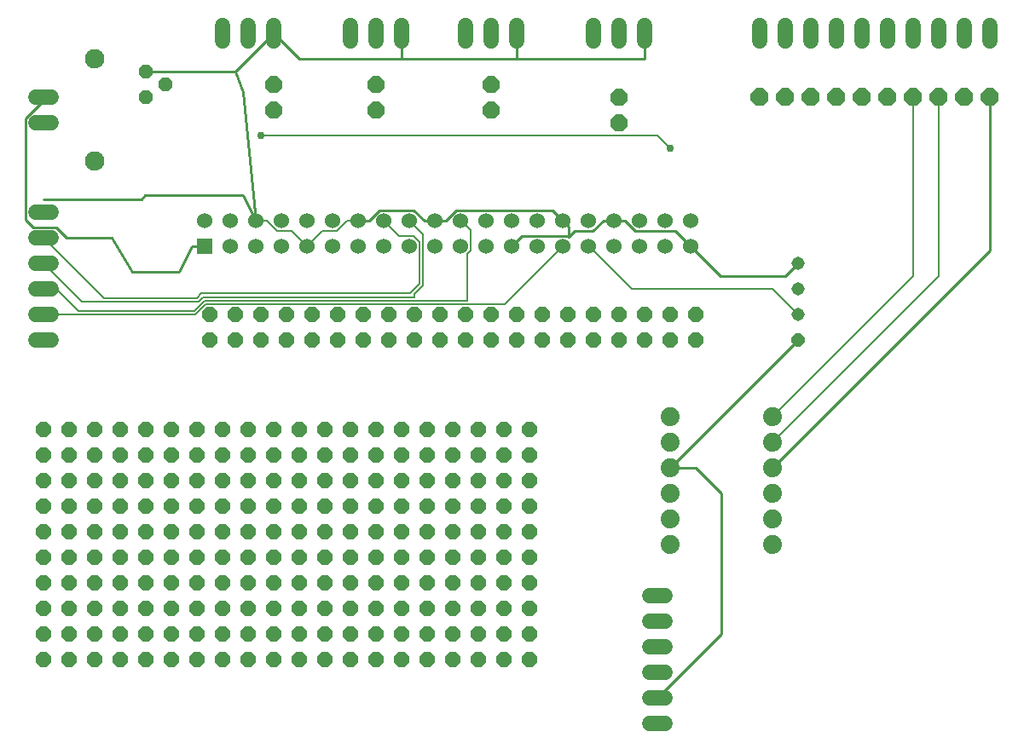
<source format=gbl>
G75*
%MOIN*%
%OFA0B0*%
%FSLAX25Y25*%
%IPPOS*%
%LPD*%
%AMOC8*
5,1,8,0,0,1.08239X$1,22.5*
%
%ADD10OC8,0.07000*%
%ADD11C,0.07400*%
%ADD12C,0.06000*%
%ADD13C,0.07600*%
%ADD14OC8,0.06600*%
%ADD15R,0.06000X0.06000*%
%ADD16C,0.06000*%
%ADD17OC8,0.05200*%
%ADD18OC8,0.05150*%
%ADD19C,0.05150*%
%ADD20OC8,0.06000*%
%ADD21C,0.01000*%
%ADD22C,0.00800*%
%ADD23C,0.02978*%
D10*
X0296000Y0271093D03*
X0306000Y0271093D03*
X0316000Y0271093D03*
X0326000Y0271093D03*
X0336000Y0271093D03*
X0346000Y0271093D03*
X0356000Y0271093D03*
X0366000Y0271093D03*
X0376000Y0271093D03*
X0386000Y0271093D03*
D11*
X0301000Y0146093D03*
X0301000Y0136093D03*
X0301000Y0126093D03*
X0301000Y0116093D03*
X0301000Y0106093D03*
X0301000Y0096093D03*
X0261000Y0096093D03*
X0261000Y0106093D03*
X0261000Y0116093D03*
X0261000Y0126093D03*
X0261000Y0136093D03*
X0261000Y0146093D03*
D12*
X0259000Y0076093D02*
X0253000Y0076093D01*
X0253000Y0066093D02*
X0259000Y0066093D01*
X0259000Y0056093D02*
X0253000Y0056093D01*
X0253000Y0046093D02*
X0259000Y0046093D01*
X0259000Y0036093D02*
X0253000Y0036093D01*
X0253000Y0026093D02*
X0259000Y0026093D01*
X0019000Y0176093D02*
X0013000Y0176093D01*
X0013000Y0186093D02*
X0019000Y0186093D01*
X0019000Y0196093D02*
X0013000Y0196093D01*
X0013000Y0206093D02*
X0019000Y0206093D01*
X0019000Y0216093D02*
X0013000Y0216093D01*
X0013000Y0226093D02*
X0019000Y0226093D01*
X0019000Y0261093D02*
X0013000Y0261093D01*
X0013000Y0271093D02*
X0019000Y0271093D01*
X0086000Y0293093D02*
X0086000Y0299093D01*
X0096000Y0299093D02*
X0096000Y0293093D01*
X0106000Y0293093D02*
X0106000Y0299093D01*
X0136000Y0299093D02*
X0136000Y0293093D01*
X0146000Y0293093D02*
X0146000Y0299093D01*
X0156000Y0299093D02*
X0156000Y0293093D01*
X0181000Y0293093D02*
X0181000Y0299093D01*
X0191000Y0299093D02*
X0191000Y0293093D01*
X0201000Y0293093D02*
X0201000Y0299093D01*
X0231000Y0299093D02*
X0231000Y0293093D01*
X0241000Y0293093D02*
X0241000Y0299093D01*
X0251000Y0299093D02*
X0251000Y0293093D01*
X0296000Y0293093D02*
X0296000Y0299093D01*
X0306000Y0299093D02*
X0306000Y0293093D01*
X0316000Y0293093D02*
X0316000Y0299093D01*
X0326000Y0299093D02*
X0326000Y0293093D01*
X0336000Y0293093D02*
X0336000Y0299093D01*
X0346000Y0299093D02*
X0346000Y0293093D01*
X0356000Y0293093D02*
X0356000Y0299093D01*
X0366000Y0299093D02*
X0366000Y0293093D01*
X0376000Y0293093D02*
X0376000Y0299093D01*
X0386000Y0299093D02*
X0386000Y0293093D01*
D13*
X0036000Y0286093D03*
X0036000Y0246093D03*
D14*
X0106000Y0266093D03*
X0106000Y0276093D03*
X0146000Y0276093D03*
X0146000Y0266093D03*
X0191000Y0266093D03*
X0191000Y0276093D03*
X0241000Y0271093D03*
X0241000Y0261093D03*
D15*
X0078953Y0212785D03*
D16*
X0088900Y0212793D03*
X0098900Y0212793D03*
X0098900Y0222793D03*
X0088900Y0222793D03*
X0078900Y0222793D03*
X0108900Y0222793D03*
X0118900Y0222793D03*
X0128900Y0222793D03*
X0138900Y0222793D03*
X0148900Y0222793D03*
X0158900Y0222793D03*
X0168900Y0222793D03*
X0178900Y0222793D03*
X0188900Y0222793D03*
X0198900Y0222793D03*
X0208900Y0222793D03*
X0218900Y0222793D03*
X0228900Y0222793D03*
X0238900Y0222793D03*
X0248900Y0222793D03*
X0258900Y0222793D03*
X0268900Y0222793D03*
X0268900Y0212793D03*
X0258900Y0212793D03*
X0248900Y0212793D03*
X0238900Y0212793D03*
X0228900Y0212793D03*
X0218900Y0212793D03*
X0208900Y0212793D03*
X0198900Y0212793D03*
X0188900Y0212793D03*
X0178900Y0212793D03*
X0168900Y0212793D03*
X0158900Y0212793D03*
X0148900Y0212793D03*
X0138900Y0212793D03*
X0128900Y0212793D03*
X0118900Y0212793D03*
X0108900Y0212793D03*
D17*
X0056000Y0271093D03*
X0063500Y0276093D03*
X0056000Y0281093D03*
D18*
X0311000Y0176093D03*
D19*
X0311000Y0186093D03*
X0311000Y0196093D03*
X0311000Y0206093D03*
D20*
X0016000Y0051093D03*
X0026000Y0051093D03*
X0026000Y0061093D03*
X0016000Y0061093D03*
X0016000Y0071093D03*
X0026000Y0071093D03*
X0026000Y0081093D03*
X0016000Y0081093D03*
X0016000Y0091093D03*
X0026000Y0091093D03*
X0026000Y0101093D03*
X0016000Y0101093D03*
X0016000Y0111093D03*
X0026000Y0111093D03*
X0026000Y0121093D03*
X0016000Y0121093D03*
X0016000Y0131093D03*
X0026000Y0131093D03*
X0026000Y0141093D03*
X0016000Y0141093D03*
X0036000Y0141093D03*
X0046000Y0141093D03*
X0056000Y0141093D03*
X0066000Y0141093D03*
X0076000Y0141093D03*
X0086000Y0141093D03*
X0096000Y0141093D03*
X0106000Y0141093D03*
X0116000Y0141093D03*
X0126000Y0141093D03*
X0136000Y0141093D03*
X0146000Y0141093D03*
X0156000Y0141093D03*
X0166000Y0141093D03*
X0176000Y0141093D03*
X0186000Y0141093D03*
X0196000Y0141093D03*
X0206000Y0141093D03*
X0206000Y0131093D03*
X0196000Y0131093D03*
X0186000Y0131093D03*
X0176000Y0131093D03*
X0166000Y0131093D03*
X0156000Y0131093D03*
X0146000Y0131093D03*
X0136000Y0131093D03*
X0126000Y0131093D03*
X0116000Y0131093D03*
X0106000Y0131093D03*
X0096000Y0131093D03*
X0086000Y0131093D03*
X0076000Y0131093D03*
X0066000Y0131093D03*
X0056000Y0131093D03*
X0046000Y0131093D03*
X0036000Y0131093D03*
X0036000Y0121093D03*
X0046000Y0121093D03*
X0056000Y0121093D03*
X0066000Y0121093D03*
X0076000Y0121093D03*
X0086000Y0121093D03*
X0096000Y0121093D03*
X0106000Y0121093D03*
X0116000Y0121093D03*
X0126000Y0121093D03*
X0136000Y0121093D03*
X0146000Y0121093D03*
X0156000Y0121093D03*
X0166000Y0121093D03*
X0176000Y0121093D03*
X0186000Y0121093D03*
X0196000Y0121093D03*
X0206000Y0121093D03*
X0206000Y0111093D03*
X0196000Y0111093D03*
X0186000Y0111093D03*
X0176000Y0111093D03*
X0166000Y0111093D03*
X0156000Y0111093D03*
X0146000Y0111093D03*
X0136000Y0111093D03*
X0126000Y0111093D03*
X0116000Y0111093D03*
X0106000Y0111093D03*
X0096000Y0111093D03*
X0086000Y0111093D03*
X0076000Y0111093D03*
X0066000Y0111093D03*
X0056000Y0111093D03*
X0046000Y0111093D03*
X0036000Y0111093D03*
X0036000Y0101093D03*
X0046000Y0101093D03*
X0056000Y0101093D03*
X0066000Y0101093D03*
X0076000Y0101093D03*
X0086000Y0101093D03*
X0096000Y0101093D03*
X0106000Y0101093D03*
X0116000Y0101093D03*
X0126000Y0101093D03*
X0136000Y0101093D03*
X0146000Y0101093D03*
X0156000Y0101093D03*
X0166000Y0101093D03*
X0176000Y0101093D03*
X0186000Y0101093D03*
X0196000Y0101093D03*
X0206000Y0101093D03*
X0206000Y0091093D03*
X0196000Y0091093D03*
X0186000Y0091093D03*
X0176000Y0091093D03*
X0166000Y0091093D03*
X0156000Y0091093D03*
X0146000Y0091093D03*
X0136000Y0091093D03*
X0126000Y0091093D03*
X0116000Y0091093D03*
X0106000Y0091093D03*
X0096000Y0091093D03*
X0086000Y0091093D03*
X0076000Y0091093D03*
X0066000Y0091093D03*
X0056000Y0091093D03*
X0046000Y0091093D03*
X0036000Y0091093D03*
X0036000Y0081093D03*
X0046000Y0081093D03*
X0056000Y0081093D03*
X0066000Y0081093D03*
X0076000Y0081093D03*
X0086000Y0081093D03*
X0096000Y0081093D03*
X0106000Y0081093D03*
X0116000Y0081093D03*
X0126000Y0081093D03*
X0136000Y0081093D03*
X0146000Y0081093D03*
X0156000Y0081093D03*
X0166000Y0081093D03*
X0176000Y0081093D03*
X0186000Y0081093D03*
X0196000Y0081093D03*
X0206000Y0081093D03*
X0206000Y0071093D03*
X0196000Y0071093D03*
X0186000Y0071093D03*
X0176000Y0071093D03*
X0166000Y0071093D03*
X0156000Y0071093D03*
X0146000Y0071093D03*
X0136000Y0071093D03*
X0126000Y0071093D03*
X0116000Y0071093D03*
X0106000Y0071093D03*
X0096000Y0071093D03*
X0086000Y0071093D03*
X0076000Y0071093D03*
X0066000Y0071093D03*
X0056000Y0071093D03*
X0046000Y0071093D03*
X0036000Y0071093D03*
X0036000Y0061093D03*
X0046000Y0061093D03*
X0056000Y0061093D03*
X0066000Y0061093D03*
X0076000Y0061093D03*
X0086000Y0061093D03*
X0096000Y0061093D03*
X0106000Y0061093D03*
X0116000Y0061093D03*
X0126000Y0061093D03*
X0136000Y0061093D03*
X0146000Y0061093D03*
X0156000Y0061093D03*
X0166000Y0061093D03*
X0176000Y0061093D03*
X0186000Y0061093D03*
X0196000Y0061093D03*
X0206000Y0061093D03*
X0206000Y0051093D03*
X0196000Y0051093D03*
X0186000Y0051093D03*
X0176000Y0051093D03*
X0166000Y0051093D03*
X0156000Y0051093D03*
X0146000Y0051093D03*
X0136000Y0051093D03*
X0126000Y0051093D03*
X0116000Y0051093D03*
X0106000Y0051093D03*
X0096000Y0051093D03*
X0086000Y0051093D03*
X0076000Y0051093D03*
X0066000Y0051093D03*
X0056000Y0051093D03*
X0046000Y0051093D03*
X0036000Y0051093D03*
X0081000Y0176093D03*
X0091000Y0176093D03*
X0091000Y0186093D03*
X0081000Y0186093D03*
X0101000Y0186093D03*
X0111000Y0186093D03*
X0121000Y0186093D03*
X0131000Y0186093D03*
X0141000Y0186093D03*
X0151000Y0186093D03*
X0161000Y0186093D03*
X0171000Y0186093D03*
X0181000Y0186093D03*
X0191000Y0186093D03*
X0201000Y0186093D03*
X0211000Y0186093D03*
X0221000Y0186093D03*
X0231000Y0186093D03*
X0241000Y0186093D03*
X0251000Y0186093D03*
X0261000Y0186093D03*
X0271000Y0186093D03*
X0271000Y0176093D03*
X0261000Y0176093D03*
X0251000Y0176093D03*
X0241000Y0176093D03*
X0231000Y0176093D03*
X0221000Y0176093D03*
X0211000Y0176093D03*
X0201000Y0176093D03*
X0191000Y0176093D03*
X0181000Y0176093D03*
X0171000Y0176093D03*
X0161000Y0176093D03*
X0151000Y0176093D03*
X0141000Y0176093D03*
X0131000Y0176093D03*
X0121000Y0176093D03*
X0111000Y0176093D03*
X0101000Y0176093D03*
D21*
X0068886Y0202872D02*
X0073799Y0212785D01*
X0078953Y0212785D01*
X0068886Y0202872D02*
X0050673Y0202872D01*
X0042453Y0216093D01*
X0024798Y0216093D01*
X0020698Y0220193D01*
X0011900Y0220193D01*
X0008900Y0223193D01*
X0008900Y0227791D01*
X0008900Y0262791D01*
X0016000Y0269891D01*
X0016000Y0271093D01*
X0056000Y0281093D02*
X0091000Y0281093D01*
X0093900Y0273193D01*
X0098900Y0222793D01*
X0093994Y0232699D01*
X0055673Y0232699D01*
X0054067Y0231093D01*
X0016000Y0231093D01*
X0008900Y0227791D02*
X0008900Y0227791D01*
X0091000Y0281093D02*
X0106000Y0296093D01*
X0116000Y0286093D01*
X0156000Y0286093D01*
X0201000Y0286093D01*
X0251000Y0286093D01*
X0251000Y0291093D01*
X0201000Y0291093D02*
X0201000Y0286093D01*
X0156000Y0286093D02*
X0156000Y0291093D01*
X0160598Y0226893D02*
X0147202Y0226893D01*
X0143102Y0222793D01*
X0138900Y0222793D01*
X0160598Y0226893D02*
X0164698Y0222793D01*
X0168900Y0222793D01*
X0173102Y0222793D01*
X0177202Y0226893D01*
X0214800Y0226893D01*
X0218900Y0222793D01*
X0221199Y0220493D01*
X0221199Y0216292D01*
X0223600Y0218693D01*
X0230598Y0218693D01*
X0234698Y0222793D01*
X0238900Y0222793D01*
X0243102Y0222793D01*
X0247202Y0218693D01*
X0263000Y0218693D01*
X0268900Y0212793D01*
X0280600Y0201093D01*
X0306000Y0201093D01*
X0311000Y0206093D01*
X0311000Y0176093D02*
X0261000Y0126093D01*
X0271000Y0126093D01*
X0281000Y0116093D01*
X0281000Y0061093D01*
X0256000Y0036093D01*
X0256000Y0036093D01*
X0301000Y0126093D02*
X0386000Y0211093D01*
X0386000Y0271093D01*
X0221199Y0216292D02*
X0220598Y0216893D01*
X0203000Y0216893D01*
X0198900Y0212793D01*
D22*
X0182900Y0211136D02*
X0182900Y0219193D01*
X0179300Y0222793D01*
X0178900Y0222793D01*
X0182900Y0211136D02*
X0181400Y0209636D01*
X0181400Y0191493D01*
X0078763Y0191493D01*
X0074763Y0187493D01*
X0029600Y0187493D01*
X0021000Y0196093D01*
X0016000Y0196093D01*
X0016000Y0206093D02*
X0031000Y0191093D01*
X0076383Y0191093D01*
X0078183Y0192893D01*
X0161000Y0192893D01*
X0161000Y0194113D01*
X0164300Y0197413D01*
X0164300Y0217393D01*
X0158900Y0222793D01*
X0160557Y0216793D02*
X0154900Y0216793D01*
X0148900Y0222793D01*
X0138900Y0222793D02*
X0134557Y0222793D01*
X0130557Y0218793D01*
X0124900Y0218793D01*
X0118900Y0212793D01*
X0112900Y0218793D01*
X0107243Y0218793D01*
X0103243Y0222793D01*
X0098900Y0222793D01*
X0077603Y0194293D02*
X0159200Y0194293D01*
X0162900Y0197993D01*
X0162900Y0214449D01*
X0160557Y0216793D01*
X0196200Y0190093D02*
X0079343Y0190093D01*
X0075343Y0186093D01*
X0016000Y0186093D01*
X0039600Y0192493D02*
X0075803Y0192493D01*
X0077603Y0194293D01*
X0039600Y0192493D02*
X0016000Y0216093D01*
X0101000Y0256093D02*
X0256000Y0256093D01*
X0261000Y0251093D01*
X0268900Y0212793D02*
X0270800Y0210893D01*
X0246000Y0196093D02*
X0229300Y0212793D01*
X0228900Y0212793D01*
X0218900Y0212793D02*
X0196200Y0190093D01*
X0246000Y0196093D02*
X0301000Y0196093D01*
X0311000Y0186093D01*
X0301000Y0146093D02*
X0356000Y0201093D01*
X0356000Y0271093D01*
X0366000Y0271093D02*
X0366000Y0201093D01*
X0301000Y0136093D01*
D23*
X0261000Y0251093D03*
X0101000Y0256093D03*
M02*

</source>
